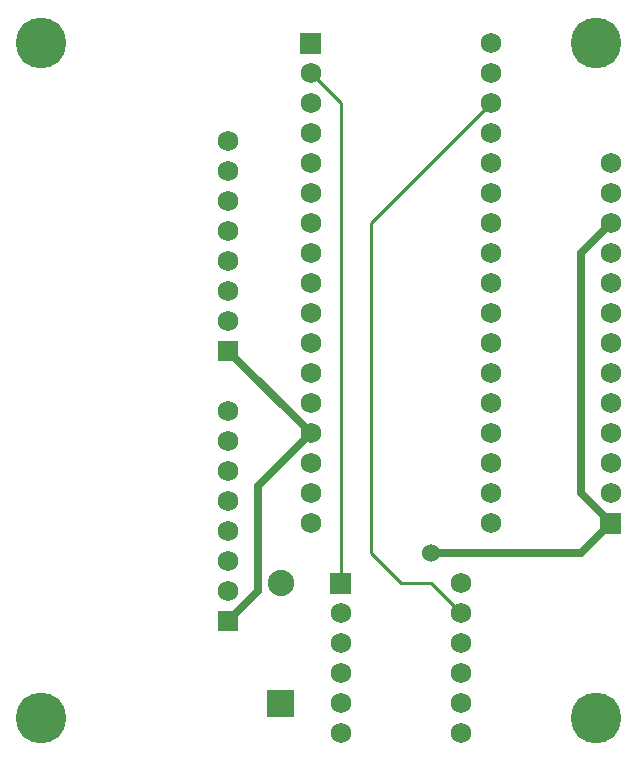
<source format=gbr>
G04 start of page 3 for group 1 idx 1 *
G04 Title: Wireless Club Reflow Oven, bottom *
G04 Creator: pcb 20110918 *
G04 CreationDate: Tue 09 Aug 2016 05:22:02 PM GMT UTC *
G04 For: kevin *
G04 Format: Gerber/RS-274X *
G04 PCB-Dimensions: 225000 265000 *
G04 PCB-Coordinate-Origin: lower left *
%MOIN*%
%FSLAX25Y25*%
%LNBOTTOM*%
%ADD32C,0.0394*%
%ADD31C,0.0410*%
%ADD30C,0.1250*%
%ADD29C,0.0350*%
%ADD28C,0.1690*%
%ADD27C,0.0600*%
%ADD26C,0.0884*%
%ADD25C,0.0001*%
%ADD24C,0.0690*%
%ADD23C,0.0250*%
%ADD22C,0.0100*%
G54D22*X150000Y65000D02*X160000Y55000D01*
X150000Y65000D02*X140000D01*
X130000Y75000D01*
G54D23*X210000Y85000D02*X200000Y75000D01*
X150000D01*
G54D22*X130000D02*Y185000D01*
X120000Y225000D02*Y65000D01*
G54D23*X82500Y142500D02*X110000Y115000D01*
X92500Y97500D01*
Y62500D01*
X82500Y52500D01*
G54D22*X170000Y225000D02*X130000Y185000D01*
X110000Y235000D02*X120000Y225000D01*
G54D23*X210000Y85000D02*X200000Y95000D01*
Y175000D01*
X210000Y185000D01*
G54D24*X82500Y212500D03*
Y202500D03*
G54D25*G36*
X106550Y248450D02*Y241550D01*
X113450D01*
Y248450D01*
X106550D01*
G37*
G54D24*X110000Y235000D03*
Y225000D03*
X210000Y205000D03*
Y195000D03*
Y185000D03*
X82500Y192500D03*
Y182500D03*
Y162500D03*
Y172500D03*
Y152500D03*
G54D25*G36*
X79050Y145950D02*Y139050D01*
X85950D01*
Y145950D01*
X79050D01*
G37*
G54D24*X82500Y122500D03*
Y112500D03*
Y102500D03*
Y92500D03*
X110000Y215000D03*
Y205000D03*
Y195000D03*
Y185000D03*
Y175000D03*
Y165000D03*
Y155000D03*
Y145000D03*
Y135000D03*
Y125000D03*
Y115000D03*
Y105000D03*
Y95000D03*
X170000D03*
Y105000D03*
Y115000D03*
Y125000D03*
Y135000D03*
Y145000D03*
Y155000D03*
Y165000D03*
Y175000D03*
Y185000D03*
Y195000D03*
Y205000D03*
Y215000D03*
Y225000D03*
Y235000D03*
Y245000D03*
X210000Y175000D03*
Y165000D03*
Y155000D03*
Y145000D03*
Y135000D03*
Y125000D03*
Y115000D03*
Y105000D03*
Y95000D03*
G54D25*G36*
X206550Y88450D02*Y81550D01*
X213450D01*
Y88450D01*
X206550D01*
G37*
G36*
X116550Y68450D02*Y61550D01*
X123450D01*
Y68450D01*
X116550D01*
G37*
G54D26*X100000Y65000D03*
G54D24*X120000Y55000D03*
Y45000D03*
Y35000D03*
Y25000D03*
Y15000D03*
G54D25*G36*
X95578Y29421D02*Y20578D01*
X104421D01*
Y29421D01*
X95578D01*
G37*
G54D24*X160000Y15000D03*
Y25000D03*
Y35000D03*
Y45000D03*
Y55000D03*
Y65000D03*
X170000Y85000D03*
X82500Y72500D03*
Y82500D03*
Y62500D03*
G54D25*G36*
X79050Y55950D02*Y49050D01*
X85950D01*
Y55950D01*
X79050D01*
G37*
G54D24*X110000Y85000D03*
G54D27*X150000Y75000D03*
G54D28*X20000Y245000D03*
X205000D03*
Y20000D03*
X20000D03*
G54D29*G54D30*G54D31*G54D32*G54D31*G54D32*G54D31*M02*

</source>
